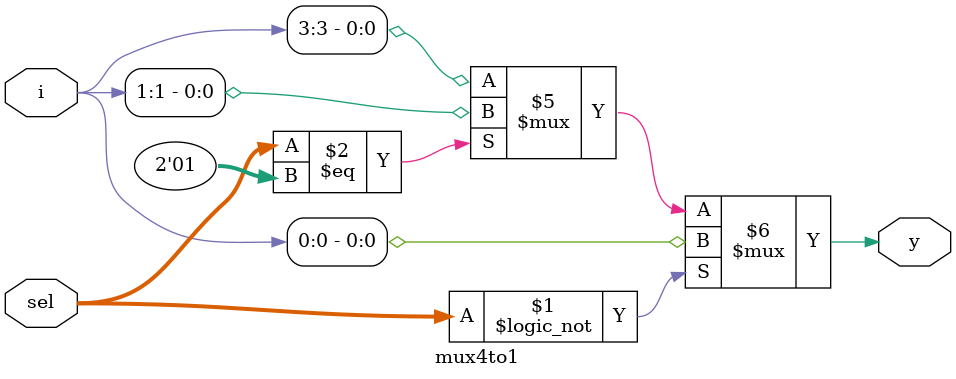
<source format=v>
module mux4to1 (input [3:0]i ,input[1:0]sel,output y);
assign y = (sel==00)? i[0]:
(sel==01)? i[1]:
(sel==10)? i[2]:
i[3];
endmodule 

</source>
